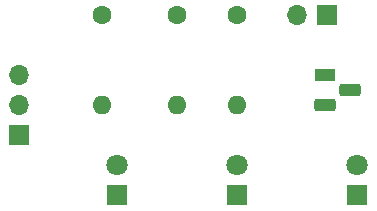
<source format=gbr>
%TF.GenerationSoftware,KiCad,Pcbnew,(6.0.4)*%
%TF.CreationDate,2022-10-02T23:44:47+02:00*%
%TF.ProjectId,light_gate,6c696768-745f-4676-9174-652e6b696361,rev?*%
%TF.SameCoordinates,Original*%
%TF.FileFunction,Copper,L1,Top*%
%TF.FilePolarity,Positive*%
%FSLAX46Y46*%
G04 Gerber Fmt 4.6, Leading zero omitted, Abs format (unit mm)*
G04 Created by KiCad (PCBNEW (6.0.4)) date 2022-10-02 23:44:47*
%MOMM*%
%LPD*%
G01*
G04 APERTURE LIST*
G04 Aperture macros list*
%AMRoundRect*
0 Rectangle with rounded corners*
0 $1 Rounding radius*
0 $2 $3 $4 $5 $6 $7 $8 $9 X,Y pos of 4 corners*
0 Add a 4 corners polygon primitive as box body*
4,1,4,$2,$3,$4,$5,$6,$7,$8,$9,$2,$3,0*
0 Add four circle primitives for the rounded corners*
1,1,$1+$1,$2,$3*
1,1,$1+$1,$4,$5*
1,1,$1+$1,$6,$7*
1,1,$1+$1,$8,$9*
0 Add four rect primitives between the rounded corners*
20,1,$1+$1,$2,$3,$4,$5,0*
20,1,$1+$1,$4,$5,$6,$7,0*
20,1,$1+$1,$6,$7,$8,$9,0*
20,1,$1+$1,$8,$9,$2,$3,0*%
G04 Aperture macros list end*
%TA.AperFunction,ComponentPad*%
%ADD10R,1.800000X1.100000*%
%TD*%
%TA.AperFunction,ComponentPad*%
%ADD11RoundRect,0.275000X-0.625000X0.275000X-0.625000X-0.275000X0.625000X-0.275000X0.625000X0.275000X0*%
%TD*%
%TA.AperFunction,ComponentPad*%
%ADD12C,1.600000*%
%TD*%
%TA.AperFunction,ComponentPad*%
%ADD13O,1.600000X1.600000*%
%TD*%
%TA.AperFunction,ComponentPad*%
%ADD14R,1.800000X1.800000*%
%TD*%
%TA.AperFunction,ComponentPad*%
%ADD15C,1.800000*%
%TD*%
%TA.AperFunction,ComponentPad*%
%ADD16R,1.700000X1.700000*%
%TD*%
%TA.AperFunction,ComponentPad*%
%ADD17O,1.700000X1.700000*%
%TD*%
G04 APERTURE END LIST*
D10*
%TO.P,Q1,1,C*%
%TO.N,Net-(Q1-Pad1)*%
X144612528Y-99000000D03*
D11*
%TO.P,Q1,2,B*%
%TO.N,Net-(D2-Pad2)*%
X146682528Y-100270000D03*
%TO.P,Q1,3,E*%
%TO.N,Net-(D3-Pad2)*%
X144612528Y-101540000D03*
%TD*%
D12*
%TO.P,R1,1*%
%TO.N,Net-(J1-Pad3)*%
X125730000Y-93980000D03*
D13*
%TO.P,R1,2*%
%TO.N,Net-(D1-Pad2)*%
X125730000Y-101600000D03*
%TD*%
D14*
%TO.P,D1,1,K*%
%TO.N,Net-(D1-Pad1)*%
X127000000Y-109220000D03*
D15*
%TO.P,D1,2,A*%
%TO.N,Net-(D1-Pad2)*%
X127000000Y-106680000D03*
%TD*%
D16*
%TO.P,J1,1,Pin_1*%
%TO.N,Net-(D1-Pad1)*%
X118675000Y-104125000D03*
D17*
%TO.P,J1,2,Pin_2*%
%TO.N,Net-(D2-Pad2)*%
X118675000Y-101585000D03*
%TO.P,J1,3,Pin_3*%
%TO.N,Net-(J1-Pad3)*%
X118675000Y-99045000D03*
%TD*%
D12*
%TO.P,R2,1*%
%TO.N,Net-(J1-Pad3)*%
X132080000Y-93980000D03*
D13*
%TO.P,R2,2*%
%TO.N,Net-(D2-Pad2)*%
X132080000Y-101600000D03*
%TD*%
D16*
%TO.P,J2,1,Pin_1*%
%TO.N,Net-(D1-Pad1)*%
X144780000Y-93980000D03*
D17*
%TO.P,J2,2,Pin_2*%
%TO.N,Net-(J1-Pad3)*%
X142240000Y-93980000D03*
%TD*%
D14*
%TO.P,D2,1,K*%
%TO.N,Net-(D1-Pad1)*%
X137160000Y-109220000D03*
D15*
%TO.P,D2,2,A*%
%TO.N,Net-(D2-Pad2)*%
X137160000Y-106680000D03*
%TD*%
D14*
%TO.P,D3,1,K*%
%TO.N,Net-(D1-Pad1)*%
X147320000Y-109220000D03*
D15*
%TO.P,D3,2,A*%
%TO.N,Net-(D3-Pad2)*%
X147320000Y-106680000D03*
%TD*%
D12*
%TO.P,R3,1*%
%TO.N,Net-(J1-Pad3)*%
X137160000Y-93980000D03*
D13*
%TO.P,R3,2*%
%TO.N,Net-(Q1-Pad1)*%
X137160000Y-101600000D03*
%TD*%
M02*

</source>
